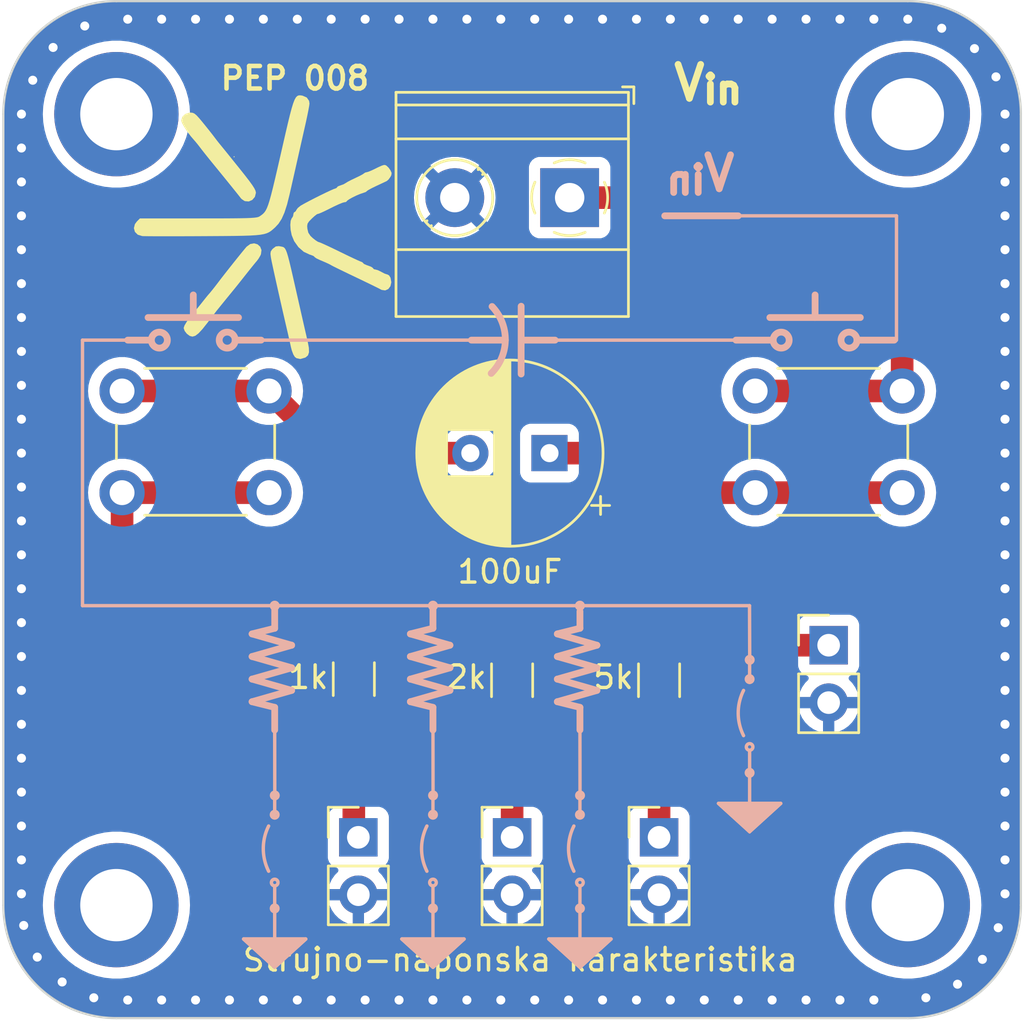
<source format=kicad_pcb>
(kicad_pcb (version 20240108) (generator "pcbnew") (generator_version "8.0")
  (layers (0 "F.Cu" signal) (31 "B.Cu" signal) (34 "B.Paste" user) (35 "F.Paste" user) (36 "B.SilkS" user "B.Silkscreen") (37 "F.SilkS" user "F.Silkscreen") (38 "B.Mask" user) (39 "F.Mask" user) (44 "Edge.Cuts" user))
  (net 0 "")
  (net 1 "0")
  (net 2 "Input voltage")
  (net 3 "Net-(C1-Pad1)")
  (net 4 "Net-(C1-Pad2)")
  (net 5 "Net-(JP1-A)")
  (net 6 "Net-(JP2-A)")
  (net 7 "Net-(JP3-A)")
  (net 8 "Net-(JP4-A)")
  (footprint "Button_Switch_THT:SW_PUSH_6mm_H4.3mm" (layer "F.Cu") (at 109.25 78.25)
    (property "Reference" "SW2" (hide yes))
    (property "Value" "SW_Push")
    (pad "1" thru_hole circle (at 0 0 90) (size 2 2) (drill 1.1) (layers "*.Cu" "*.Mask") (net 4 "Net-(C1-Pad2)"))
    (pad "1" thru_hole circle (at 6.5 0 90) (size 2 2) (drill 1.1) (layers "*.Cu" "*.Mask") (net 4 "Net-(C1-Pad2)"))
    (pad "2" thru_hole circle (at 0 4.5 90) (size 2 2) (drill 1.1) (layers "*.Cu" "*.Mask") (net 8 "Net-(JP4-A)"))
    (pad "2" thru_hole circle (at 6.5 4.5 90) (size 2 2) (drill 1.1) (layers "*.Cu" "*.Mask") (net 8 "Net-(JP4-A)"))
  )
  (footprint "Connector_PinHeader_2.54mm:PinHeader_1x02_P2.54mm_Vertical" (layer "F.Cu") (at 119.7 98)
    (property "Reference" "JP1" (hide yes))
    (property "Value" "Jumper")
    (pad "1" thru_hole rect (at 0 0) (size 1.7 1.7) (drill 1) (layers "*.Cu" "*.Mask") (net 5 "Net-(JP1-A)"))
    (pad "2" thru_hole oval (at 0 2.54) (size 1.7 1.7) (drill 1) (layers "*.Cu" "*.Mask") (net 1 "0"))
  )
  (footprint "Capacitor_THT:CP_Radial_D8.0mm_P3.50mm" (layer "F.Cu") (at 128.152651 81 180)
    (property "Reference" "100uF" (at 1.75 -5.25 0) (layer "F.SilkS"))
    (property "Value" "100u")
    (pad "1" thru_hole rect (at 0 0 180) (size 1.6 1.6) (drill 0.8) (layers "*.Cu" "*.Mask") (net 3 "Net-(C1-Pad1)"))
    (pad "2" thru_hole circle (at 3.5 0 180) (size 1.6 1.6) (drill 0.8) (layers "*.Cu" "*.Mask") (net 4 "Net-(C1-Pad2)"))
  )
  (footprint "Resistor_SMD:R_1206_3216Metric_Pad1.30x1.75mm_HandSolder" (layer "F.Cu") (at 133 91.05 -90)
    (property "Reference" "R3" (hide yes))
    (property "Value" "5k")
    (pad "1" smd roundrect (at -1.55 0 270) (size 1.3 1.75) (layers "F.Cu" "F.Paste" "F.Mask") (roundrect_rratio 0.192308) (net 8 "Net-(JP4-A)"))
    (pad "2" smd roundrect (at 1.55 0 270) (size 1.3 1.75) (layers "F.Cu" "F.Paste" "F.Mask") (roundrect_rratio 0.192308) (net 7 "Net-(JP3-A)"))
  )
  (footprint "Connector_PinHeader_2.54mm:PinHeader_1x02_P2.54mm_Vertical" (layer "F.Cu") (at 126.5 98)
    (property "Reference" "JP2" (hide yes))
    (property "Value" "Jumper")
    (pad "1" thru_hole rect (at 0 0) (size 1.7 1.7) (drill 1) (layers "*.Cu" "*.Mask") (net 6 "Net-(JP2-A)"))
    (pad "2" thru_hole oval (at 0 2.54) (size 1.7 1.7) (drill 1) (layers "*.Cu" "*.Mask") (net 1 "0"))
  )
  (footprint "Resistor_SMD:R_1206_3216Metric_Pad1.30x1.75mm_HandSolder" (layer "F.Cu") (at 119.5 91 -90)
    (property "Reference" "R2" (hide yes))
    (property "Value" "1k")
    (pad "1" smd roundrect (at -1.55 0 270) (size 1.3 1.75) (layers "F.Cu" "F.Paste" "F.Mask") (roundrect_rratio 0.192308) (net 8 "Net-(JP4-A)"))
    (pad "2" smd roundrect (at 1.55 0 270) (size 1.3 1.75) (layers "F.Cu" "F.Paste" "F.Mask") (roundrect_rratio 0.192308) (net 5 "Net-(JP1-A)"))
  )
  (footprint "MountingHole:MountingHole_3.2mm_M3_ISO14580_Pad_TopBottom" (layer "F.Cu") (at 144 66)
    (property "Reference" "H3" (hide yes))
    (property "Value" "MountingHole")
    (pad "1" thru_hole circle (at 0 0) (size 3.6 3.6) (drill 3.2) (layers "*.Cu" "*.Mask"))
    (pad "1" connect circle (at 0 0) (size 5.5 5.5) (layers "F.Cu" "F.Mask"))
    (pad "1" connect circle (at 0 0) (size 5.5 5.5) (layers "B.Cu" "B.Mask"))
  )
  (footprint "MountingHole:MountingHole_3.2mm_M3_ISO14580_Pad_TopBottom" (layer "F.Cu") (at 144 101)
    (property "Reference" "H4" (hide yes))
    (property "Value" "MountingHole")
    (pad "1" thru_hole circle (at 0 0) (size 3.6 3.6) (drill 3.2) (layers "*.Cu" "*.Mask"))
    (pad "1" connect circle (at 0 0) (size 5.5 5.5) (layers "F.Cu" "F.Mask"))
    (pad "1" connect circle (at 0 0) (size 5.5 5.5) (layers "B.Cu" "B.Mask"))
  )
  (footprint "TerminalBlock_Phoenix:TerminalBlock_Phoenix_MKDS-1,5-2-5.08_1x02_P5.08mm_Horizontal" (layer "F.Cu") (at 129.045 69.695 180)
    (property "Reference" "J2" (hide yes))
    (property "Value" "Screw_Terminal_01x02")
    (pad "1" thru_hole rect (at 0 0 180) (size 2.6 2.6) (drill 1.3) (layers "*.Cu" "*.Mask") (net 2 "Input voltage"))
    (pad "2" thru_hole circle (at 5.08 0 180) (size 2.6 2.6) (drill 1.3) (layers "*.Cu" "*.Mask") (net 1 "0"))
  )
  (footprint "logo:logo" (layer "F.Cu") (at 115.5 71)
    (property "Reference" "G***" (hide yes))
    (property "Value" "LOGO" (hide yes))
  )
  (footprint "MountingHole:MountingHole_3.2mm_M3_ISO14580_Pad_TopBottom" (layer "F.Cu") (at 109 66)
    (property "Reference" "H2" (hide yes))
    (property "Value" "MountingHole")
    (pad "1" thru_hole circle (at 0 0) (size 3.6 3.6) (drill 3.2) (layers "*.Cu" "*.Mask"))
    (pad "1" connect circle (at 0 0) (size 5.5 5.5) (layers "F.Cu" "F.Mask"))
    (pad "1" connect circle (at 0 0) (size 5.5 5.5) (layers "B.Cu" "B.Mask"))
  )
  (footprint "Resistor_SMD:R_1206_3216Metric_Pad1.30x1.75mm_HandSolder" (layer "F.Cu") (at 126.5 91.05 -90)
    (property "Reference" "R1" (hide yes))
    (property "Value" "2k")
    (pad "1" smd roundrect (at -1.55 0 270) (size 1.3 1.75) (layers "F.Cu" "F.Paste" "F.Mask") (roundrect_rratio 0.192308) (net 8 "Net-(JP4-A)"))
    (pad "2" smd roundrect (at 1.55 0 270) (size 1.3 1.75) (layers "F.Cu" "F.Paste" "F.Mask") (roundrect_rratio 0.192308) (net 6 "Net-(JP2-A)"))
  )
  (footprint "Connector_PinHeader_2.54mm:PinHeader_1x02_P2.54mm_Vertical" (layer "F.Cu") (at 133 98)
    (property "Reference" "JP3" (hide yes))
    (property "Value" "Jumper")
    (pad "1" thru_hole rect (at 0 0) (size 1.7 1.7) (drill 1) (layers "*.Cu" "*.Mask") (net 7 "Net-(JP3-A)"))
    (pad "2" thru_hole oval (at 0 2.54) (size 1.7 1.7) (drill 1) (layers "*.Cu" "*.Mask") (net 1 "0"))
  )
  (footprint "Button_Switch_THT:SW_PUSH_6mm_H4.3mm" (layer "F.Cu") (at 137.25 78.25)
    (property "Reference" "SW1" (hide yes))
    (property "Value" "SW_Push")
    (pad "1" thru_hole circle (at 0 0 90) (size 2 2) (drill 1.1) (layers "*.Cu" "*.Mask") (net 2 "Input voltage"))
    (pad "1" thru_hole circle (at 6.5 0 90) (size 2 2) (drill 1.1) (layers "*.Cu" "*.Mask") (net 2 "Input voltage"))
    (pad "2" thru_hole circle (at 0 4.5 90) (size 2 2) (drill 1.1) (layers "*.Cu" "*.Mask") (net 3 "Net-(C1-Pad1)"))
    (pad "2" thru_hole circle (at 6.5 4.5 90) (size 2 2) (drill 1.1) (layers "*.Cu" "*.Mask") (net 3 "Net-(C1-Pad1)"))
  )
  (footprint "MountingHole:MountingHole_3.2mm_M3_ISO14580_Pad_TopBottom" (layer "F.Cu") (at 109 101 -90)
    (property "Reference" "H1" (hide yes))
    (property "Value" "MountingHole")
    (pad "1" thru_hole circle (at 0 0 270) (size 3.6 3.6) (drill 3.2) (layers "*.Cu" "*.Mask"))
    (pad "1" connect circle (at 0 0 270) (size 5.5 5.5) (layers "F.Cu" "F.Mask"))
    (pad "1" connect circle (at 0 0 270) (size 5.5 5.5) (layers "B.Cu" "B.Mask"))
  )
  (footprint "Connector_PinHeader_2.54mm:PinHeader_1x02_P2.54mm_Vertical" (layer "F.Cu") (at 140.5 89.5)
    (property "Reference" "JP4" (hide yes))
    (property "Value" "Jumper")
    (pad "1" thru_hole rect (at 0 0) (size 1.7 1.7) (drill 1) (layers "*.Cu" "*.Mask") (net 8 "Net-(JP4-A)"))
    (pad "2" thru_hole oval (at 0 2.54) (size 1.7 1.7) (drill 1) (layers "*.Cu" "*.Mask") (net 1 "0"))
  )
  (gr_line (start 109 105.3) (end 144 105.3) (stroke (width 1.4)) (layer "F.Cu") (net 1))
  (gr_arc (start 104.695296 65.977715) (mid 105.949583 62.949583) (end 108.977716 61.695296) (stroke (width 1.4)) (layer "F.Cu") (net 1))
  (gr_line (start 143.777718 61.708011) (end 108.777716 61.708011) (stroke (width 1.4)) (layer "F.Cu") (net 1))
  (gr_line (start 148.300002 101) (end 148.3 66) (stroke (width 1.4)) (layer "F.Cu") (net 1))
  (gr_line (start 104.7 66) (end 104.7 101) (stroke (width 1.4)) (layer "F.Cu") (net 1))
  (gr_arc (start 144.011046 61.694) (mid 147.055825 62.955221) (end 148.317046 65.999999) (stroke (width 1.4)) (layer "F.Cu") (net 1))
  (gr_arc (start 109 105.31393) (mid 105.94959 104.050409) (end 104.68607 100.999999) (stroke (width 1.4)) (layer "F.Cu") (net 1))
  (gr_arc (start 148.31393 100.999999) (mid 147.05041 104.050409) (end 144 105.31393) (stroke (width 1.4)) (layer "F.Cu") (net 1))
  (gr_line (start 141.753555 75.999997) (end 143.4 76) (stroke (width 0.3)) (layer "B.SilkS"))
  (gr_line (start 110 76.000002) (end 107.5 76) (stroke (width 0.15)) (layer "B.SilkS"))
  (gr_line (start 116 87.75) (end 116 88.75) (stroke (width 0.3)) (layer "B.SilkS"))
  (gr_line (start 128.5 91) (end 130.25 91.5) (stroke (width 0.3)) (layer "B.SilkS"))
  (gr_line (start 135.629221 96.5) (end 137.004221 97.75) (stroke (width 0.15)) (layer "B.SilkS"))
  (gr_line (start 130.875 102.5) (end 129.5 103.75) (stroke (width 0.15)) (layer "B.SilkS"))
  (gr_line (start 137 87.75) (end 107.5 87.75) (stroke (width 0.15)) (layer "B.SilkS"))
  (gr_line (start 121.625 102.5) (end 124.375 102.5) (stroke (width 0.15)) (layer "B.SilkS"))
  (gr_circle (center 113.9 75.999997) (end 113.65 76.25) (stroke (width 0.3)) (fill none) (layer "B.SilkS"))
  (gr_line (start 137.004221 94.145773) (end 137.004221 95.145773) (stroke (width 0.15)) (layer "B.SilkS"))
  (gr_line (start 130.25 91.5) (end 128.5 92) (stroke (width 0.3)) (layer "B.SilkS"))
  (gr_line (start 136.5 70.5) (end 133.25 70.5) (stroke (width 0.3)) (layer "B.SilkS"))
  (gr_line (start 123.75 89.5) (end 122 90) (stroke (width 0.3)) (layer "B.SilkS"))
  (gr_line (start 117.375 102.5) (end 116 103.75) (stroke (width 0.15)) (layer "B.SilkS"))
  (gr_line (start 143.5 70.5) (end 143.5 76) (stroke (width 0.15)) (layer "B.SilkS"))
  (gr_circle (center 129.5 97) (end 129.625 97.075) (stroke (width 0.15)) (fill none) (layer "B.SilkS"))
  (gr_circle (center 116 97) (end 116.125 97.075) (stroke (width 0.15)) (fill none) (layer "B.SilkS"))
  (gr_line (start 128.125 102.5) (end 130.875 102.5) (stroke (width 0.15)) (layer "B.SilkS"))
  (gr_line (start 115 92) (end 116 92.25) (stroke (width 0.3)) (layer "B.SilkS"))
  (gr_line (start 122 90) (end 123.75 90.5) (stroke (width 0.3)) (layer "B.SilkS"))
  (gr_line (start 124.375 102.5) (end 123 103.75) (stroke (width 0.15)) (layer "B.SilkS"))
  (gr_circle (center 123 87.75) (end 123.125 87.825) (stroke (width 0.15)) (fill none) (layer "B.SilkS"))
  (gr_line (start 139.9 74) (end 139.9 75) (stroke (width 0.3)) (layer "B.SilkS"))
  (gr_line (start 116 97.145773) (end 116 96.145773) (stroke (width 0.15)) (layer "B.SilkS"))
  (gr_circle (center 141.4 75.999997) (end 141.15 76.25) (stroke (width 0.3)) (fill none) (layer "B.SilkS"))
  (gr_line (start 123 87.75) (end 123 88.75) (stroke (width 0.3)) (layer "B.SilkS"))
  (gr_circle (center 129.504227 96.145773) (end 129.629227 96.220773) (stroke (width 0.15)) (fill none) (layer "B.SilkS"))
  (gr_circle (center 116 101.145773) (end 116.125 101.220773) (stroke (width 0.15)) (fill none) (layer "B.SilkS"))
  (gr_line (start 138.046447 75.999997) (end 136.4 76) (stroke (width 0.3)) (layer "B.SilkS"))
  (gr_circle (center 116.004227 96.145773) (end 116.129227 96.220773) (stroke (width 0.15)) (fill none) (layer "B.SilkS"))
  (gr_poly (pts (xy 117.375 102.5) (xy 114.625 102.5) (xy 116 103.75)) (stroke (width 0.15)) (fill solid) (layer "B.SilkS"))
  (gr_line (start 123 92.25) (end 123 93.25) (stroke (width 0.3)) (layer "B.SilkS"))
  (gr_line (start 110.5 76) (end 109.5 76.000003) (stroke (width 0.3)) (layer "B.SilkS"))
  (gr_line (start 137.9 75) (end 141.9 75) (stroke (width 0.3)) (layer "B.SilkS"))
  (gr_circle (center 123 101.145773) (end 123.125 101.220773) (stroke (width 0.15)) (fill none) (layer "B.SilkS"))
  (gr_line (start 114.625 102.5) (end 116 103.75) (stroke (width 0.15)) (layer "B.SilkS"))
  (gr_line (start 129.5 88) (end 129.5 88.75) (stroke (width 0.3)) (layer "B.SilkS"))
  (gr_line (start 123 100.145773) (end 123 101.145773) (stroke (width 0.15)) (layer "B.SilkS"))
  (gr_line (start 115 89) (end 116.75 89.5) (stroke (width 0.3)) (layer "B.SilkS"))
  (gr_line (start 128.5 92) (end 129.5 92.25) (stroke (width 0.3)) (layer "B.SilkS"))
  (gr_circle (center 138.4 75.999997) (end 138.65 76.249997) (stroke (width 0.3)) (fill none) (layer "B.SilkS"))
  (gr_poly (pts (xy 124.375 102.5) (xy 121.625 102.5) (xy 123 103.75)) (stroke (width 0.15)) (fill solid) (layer "B.SilkS"))
  (gr_circle (center 137.004221 95.145773) (end 137.129221 95.220773) (stroke (width 0.15)) (fill none) (layer "B.SilkS"))
  (gr_circle (center 137.008448 90.145773) (end 137.133448 90.220773) (stroke (width 0.15)) (fill none) (layer "B.SilkS"))
  (gr_line (start 123.75 91.5) (end 122 92) (stroke (width 0.3)) (layer "B.SilkS"))
  (gr_line (start 115.4 75.999998) (end 125.849964 75.999998) (stroke (width 0.15)) (layer "B.SilkS"))
  (gr_line (start 134 70.5) (end 143.5 70.5) (stroke (width 0.15)) (layer "B.SilkS"))
  (gr_line (start 116 92.25) (end 116 93.25) (stroke (width 0.3)) (layer "B.SilkS"))
  (gr_line (start 128.5 90) (end 130.25 90.5) (stroke (width 0.3)) (layer "B.SilkS"))
  (gr_line (start 107.5 76) (end 107.5 87.75) (stroke (width 0.15)) (layer "B.SilkS"))
  (gr_line (start 116.75 89.5) (end 115 90) (stroke (width 0.3)) (layer "B.SilkS"))
  (gr_line (start 116 100.145773) (end 116 101.145773) (stroke (width 0.15)) (layer "B.SilkS"))
  (gr_line (start 114.253555 75.999997) (end 115.4 75.999998) (stroke (width 0.3)) (layer "B.SilkS"))
  (gr_circle (center 123 97) (end 123.125 97.075) (stroke (width 0.15)) (fill none) (layer "B.SilkS"))
  (gr_line (start 130.25 90.5) (end 128.5 91) (stroke (width 0.3)) (layer "B.SilkS"))
  (gr_line (start 138.379221 96.5) (end 137.004221 97.75) (stroke (width 0.15)) (layer "B.SilkS"))
  (gr_poly (pts (xy 138.379221 96.5) (xy 135.629221 96.5) (xy 137.004221 97.75)) (stroke (width 0.15)) (fill solid) (layer "B.SilkS"))
  (gr_line (start 116 93.25) (end 116.004227 96.291546) (stroke (width 0.15)) (layer "B.SilkS"))
  (gr_line (start 123 102.5) (end 123 101) (stroke (width 0.15)) (layer "B.SilkS"))
  (gr_circle (center 129.5 100) (end 129.625 100.075) (stroke (width 0.15)) (fill none) (layer "B.SilkS"))
  (gr_line (start 127.6 76) (end 136.4 76) (stroke (width 0.15)) (layer "B.SilkS"))
  (gr_line (start 129.5 92.25) (end 129.5 93.25) (stroke (width 0.3)) (layer "B.SilkS"))
  (gr_line (start 123 97.145773) (end 123 96.145773) (stroke (width 0.15)) (layer "B.SilkS"))
  (gr_line (start 122 91) (end 123.75 91.5) (stroke (width 0.3)) (layer "B.SilkS"))
  (gr_line (start 116.75 90.5) (end 115 91) (stroke (width 0.3)) (layer "B.SilkS"))
  (gr_line (start 137.004221 96.5) (end 137.004221 95) (stroke (width 0.15)) (layer "B.SilkS"))
  (gr_line (start 122 92) (end 123 92.25) (stroke (width 0.3)) (layer "B.SilkS"))
  (gr_line (start 129.5 102.5) (end 129.5 101) (stroke (width 0.15)) (layer "B.SilkS"))
  (gr_line (start 129.5 93.25) (end 129.504227 96.291546) (stroke (width 0.15)) (layer "B.SilkS"))
  (gr_line (start 124.7 76) (end 126.2 76) (stroke (width 0.3)) (layer "B.SilkS"))
  (gr_line (start 116.75 91.5) (end 115 92) (stroke (width 0.3)) (layer "B.SilkS"))
  (gr_arc (start 122.731841 99.5) (mid 122.495775 98.5) (end 122.731841 97.5) (stroke (width 0.15)) (layer "B.SilkS"))
  (gr_line (start 123 88.75) (end 122 89) (stroke (width 0.3)) (layer "B.SilkS"))
  (gr_line (start 116 102.5) (end 116 101) (stroke (width 0.15)) (layer "B.SilkS"))
  (gr_line (start 123.75 90.5) (end 122 91) (stroke (width 0.3)) (layer "B.SilkS"))
  (gr_line (start 115 90) (end 116.75 90.5) (stroke (width 0.3)) (layer "B.SilkS"))
  (gr_line (start 123 93.25) (end 123.004227 96.291546) (stroke (width 0.15)) (layer "B.SilkS"))
  (gr_line (start 110.4 75) (end 114.4 75) (stroke (width 0.3)) (layer "B.SilkS"))
  (gr_line (start 115 91) (end 116.75 91.5) (stroke (width 0.3)) (layer "B.SilkS"))
  (gr_line (start 129.5 100.145773) (end 129.5 101.145773) (stroke (width 0.15)) (layer "B.SilkS"))
  (gr_circle (center 110.9 75.999997) (end 111.15 76.249997) (stroke (width 0.3)) (fill none) (layer "B.SilkS"))
  (gr_circle (center 129.5 101.145773) (end 129.625 101.220773) (stroke (width 0.15)) (fill none) (layer "B.SilkS"))
  (gr_arc (start 115.731841 99.5) (mid 115.495775 98.5) (end 115.731841 97.5) (stroke (width 0.15)) (layer "B.SilkS"))
  (gr_circle (center 116 87.75) (end 116.125 87.825) (stroke (width 0.15)) (fill none) (layer "B.SilkS"))
  (gr_poly (pts (xy 130.875 102.5) (xy 128.125 102.5) (xy 129.5 103.75)) (stroke (width 0.15)) (fill solid) (layer "B.SilkS"))
  (gr_circle (center 123.004227 96.145773) (end 123.129227 96.220773) (stroke (width 0.15)) (fill none) (layer "B.SilkS"))
  (gr_circle (center 137.004221 91) (end 137.129221 91.075) (stroke (width 0.15)) (fill none) (layer "B.SilkS"))
  (gr_line (start 116 88.75) (end 115 89) (stroke (width 0.3)) (layer "B.SilkS"))
  (gr_line (start 137 87.75) (end 137.008448 90) (stroke (width 0.15)) (layer "B.SilkS"))
  (gr_line (start 135.629221 96.5) (end 138.379221 96.5) (stroke (width 0.15)) (layer "B.SilkS"))
  (gr_arc (start 129.231841 99.5) (mid 128.995775 98.5) (end 129.231841 97.5) (stroke (width 0.15)) (layer "B.SilkS"))
  (gr_arc (start 136.736062 93.5) (mid 136.5 92.5) (end 136.736062 91.5) (stroke (width 0.15)) (layer "B.SilkS"))
  (gr_line (start 112.4 74) (end 112.4 75) (stroke (width 0.3)) (layer "B.SilkS"))
  (gr_line (start 129.5 97.145773) (end 129.5 96.145773) (stroke (width 0.15)) (layer "B.SilkS"))
  (gr_line (start 126.9 74.5) (end 126.9 77.5) (stroke (width 0.3)) (layer "B.SilkS"))
  (gr_line (start 129.5 88.75) (end 128.5 89) (stroke (width 0.3)) (layer "B.SilkS"))
  (gr_line (start 129.5 87.75) (end 129.5 88.375) (stroke (width 0.15)) (layer "B.SilkS"))
  (gr_line (start 127 76) (end 128.4 76) (stroke (width 0.3)) (layer "B.SilkS"))
  (gr_line (start 128.5 89) (end 130.25 89.5) (stroke (width 0.3)) (layer "B.SilkS"))
  (gr_line (start 130.25 89.5) (end 128.5 90) (stroke (width 0.3)) (layer "B.SilkS"))
  (gr_circle (center 116 100) (end 116.125 100.075) (stroke (width 0.15)) (fill none) (layer "B.SilkS"))
  (gr_circle (center 129.5 87.75) (end 129.625 87.825) (stroke (width 0.15)) (fill none) (layer "B.SilkS"))
  (gr_line (start 114.625 102.5) (end 117.375 102.5) (stroke (width 0.15)) (layer "B.SilkS"))
  (gr_circle (center 137.004221 94) (end 137.129221 94.075) (stroke (width 0.15)) (fill none) (layer "B.SilkS"))
  (gr_circle (center 123 100) (end 123.125 100.075) (stroke (width 0.15)) (fill none) (layer "B.SilkS"))
  (gr_line (start 129.5 87.75) (end 129.5 87.75) (stroke (width 0.15)) (layer "B.SilkS"))
  (gr_line (start 128.125 102.5) (end 129.5 103.75) (stroke (width 0.15)) (layer "B.SilkS"))
  (gr_line (start 121.625 102.5) (end 123 103.75) (stroke (width 0.15)) (layer "B.SilkS"))
  (gr_line (start 122 89) (end 123.75 89.5) (stroke (width 0.3)) (layer "B.SilkS"))
  (gr_arc (start 125.613592 74.51167) (mid 126.200036 76.000001) (end 125.574703 77.472415) (stroke (width 0.3)) (layer "B.SilkS"))
  (gr_line (start 137.004221 91.145773) (end 137.004221 90.145773) (stroke (width 0.15)) (layer "B.SilkS"))
  (gr_line (start 144 106) (end 109 106) (stroke (width 0.1)) (layer "Edge.Cuts"))
  (gr_arc (start 144 61) (mid 147.535534 62.464466) (end 149 66) (stroke (width 0.1)) (layer "Edge.Cuts"))
  (gr_arc (start 149 101) (mid 147.535534 104.535534) (end 144 106) (stroke (width 0.1)) (layer "Edge.Cuts"))
  (gr_arc (start 104 66) (mid 105.464466 62.464466) (end 109 61) (stroke (width 0.1)) (layer "Edge.Cuts"))
  (gr_line (start 149 101) (end 149 66) (stroke (width 0.1)) (layer "Edge.Cuts"))
  (gr_arc (start 109 106) (mid 105.464466 104.535534) (end 104 101) (stroke (width 0.1)) (layer "Edge.Cuts"))
  (gr_line (start 109 61) (end 144 61) (stroke (width 0.1)) (layer "Edge.Cuts"))
  (gr_line (start 104 66) (end 104 101) (stroke (width 0.1)) (layer "Edge.Cuts"))
  (gr_text "V_{in}\n" (at 136.5 69.5 0) (layer "B.SilkS") (effects (font (size 1.5 1.5) (thickness 0.3) (bold yes)) (justify left bottom mirror)))
  (gr_text "1k" (at 116.5 91.5 0) (layer "F.SilkS") (effects (font (size 1 1)) (justify left bottom)))
  (gr_text "2k" (at 123.5 91.5 0) (layer "F.SilkS") (effects (font (size 1 1)) (justify left bottom)))
  (gr_text "V_{in}\n" (at 133.5 65.5 0) (layer "F.SilkS") (effects (font (size 1.5 1.5) (thickness 0.3) (bold yes)) (justify left bottom)))
  (gr_text "5k" (at 130 91.5 0) (layer "F.SilkS") (effects (font (size 1 1)) (justify left bottom)))
  (gr_text "Strujno-naponska karakteristika" (at 114.5 104 0) (layer "F.SilkS") (effects (font (size 1 1)) (justify left bottom)))
  (gr_text "PEP 008" (at 113.5 65 0) (layer "F.SilkS") (effects (font (size 1 1) (thickness 0.2) (bold yes)) (justify left bottom)))
  (via (at 148.3 97.5) (size 0.8) (drill 0.4) (layers "F.Cu" "B.Cu") (net 1))
  (via (at 126 105.2) (size 0.8) (drill 0.4) (layers "F.Cu" "B.Cu") (net 1))
  (via (at 148.3 99) (size 0.8) (drill 0.4) (layers "F.Cu" "B.Cu") (net 1))
  (via (at 148.3 67.5) (size 0.8) (drill 0.4) (layers "F.Cu" "B.Cu") (net 1))
  (via (at 104.8 72) (size 0.8) (drill 0.4) (layers "F.Cu" "B.Cu") (net 1))
  (via (at 104.8 76.5) (size 0.8) (drill 0.4) (layers "F.Cu" "B.Cu") (net 1))
  (via (at 104.8 96) (size 0.8) (drill 0.4) (layers "F.Cu" "B.Cu") (net 1))
  (via (at 120 61.8) (size 0.8) (drill 0.4) (layers "F.Cu" "B.Cu") (net 1))
  (via (at 127.5 61.8) (size 0.8) (drill 0.4) (layers "F.Cu" "B.Cu") (net 1))
  (via (at 104.8 84) (size 0.8) (drill 0.4) (layers "F.Cu" "B.Cu") (net 1))
  (via (at 109.5 105.2) (size 0.8) (drill 0.4) (layers "F.Cu" "B.Cu") (net 1))
  (via (at 107.6 62.1) (size 0.8) (drill 0.4) (layers "F.Cu" "B.Cu") (net 1))
  (via (at 120 105.2) (size 0.8) (drill 0.4) (layers "F.Cu" "B.Cu") (net 1))
  (via (at 104.8 97.5) (size 0.8) (drill 0.4) (layers "F.Cu" "B.Cu") (net 1))
  (via (at 144 61.8) (size 0.8) (drill 0.4) (layers "F.Cu" "B.Cu") (net 1))
  (via (at 105.5 103.3) (size 0.8) (drill 0.4) (layers "F.Cu" "B.Cu") (net 1))
  (via (at 148.3 91.5) (size 0.8) (drill 0.4) (layers "F.Cu" "B.Cu") (net 1))
  (via (at 111 61.8) (size 0.8) (drill 0.4) (layers "F.Cu" "B.Cu") (net 1))
  (via (at 124.5 61.8) (size 0.8) (drill 0.4) (layers "F.Cu" "B.Cu") (net 1))
  (via (at 115.5 61.8) (size 0.8) (drill 0.4) (layers "F.Cu" "B.Cu") (net 1))
  (via (at 109.5 61.8) (size 0.8) (drill 0.4) (layers "F.Cu" "B.Cu") (net 1))
  (via (at 146.2 104.5) (size 0.8) (drill 0.4) (layers "F.Cu" "B.Cu") (net 1))
  (via (at 129 61.8) (size 0.8) (drill 0.4) (layers "F.Cu" "B.Cu") (net 1))
  (via (at 114 105.2) (size 0.8) (drill 0.4) (layers "F.Cu" "B.Cu") (net 1))
  (via (at 147.9 64.35) (size 0.8) (drill 0.4) (layers "F.Cu" "B.Cu") (net 1))
  (via (at 112.5 61.8) (size 0.8) (drill 0.4) (layers "F.Cu" "B.Cu") (net 1))
  (via (at 129 105.2) (size 0.8) (drill 0.4) (layers "F.Cu" "B.Cu") (net 1))
  (via (at 148.3 82.5) (size 0.8) (drill 0.4) (layers "F.Cu" "B.Cu") (net 1))
  (via (at 148.3 73.5) (size 0.8) (drill 0.4) (layers "F.Cu" "B.Cu") (net 1))
  (via (at 104.8 90) (size 0.8) (drill 0.4) (layers "F.Cu" "B.Cu") (net 1))
  (via (at 141 61.8) (size 0.8) (drill 0.4) (layers "F.Cu" "B.Cu") (net 1))
  (via (at 132 61.8) (size 0.8) (drill 0.4) (layers "F.Cu" "B.Cu") (net 1))
  (via (at 106.6 104.4) (size 0.8) (drill 0.4) (layers "F.Cu" "B.Cu") (net 1))
  (via (at 104.8 82.5) (size 0.8) (drill 0.4) (layers "F.Cu" "B.Cu") (net 1))
  (via (at 104.8 66) (size 0.8) (drill 0.4) (layers "F.Cu" "B.Cu") (net 1))
  (via (at 118.5 105.2) (size 0.8) (drill 0.4) (layers "F.Cu" "B.Cu") (net 1))
  (via (at 104.8 75) (size 0.8) (drill 0.4) (layers "F.Cu" "B.Cu") (net 1))
  (via (at 104.8 99) (size 0.8) (drill 0.4) (layers "F.Cu" "B.Cu") (net 1))
  (via (at 104.8 79.5) (size 0.8) (drill 0.4) (layers "F.Cu" "B.Cu") (net 1))
  (via (at 130.5 61.8) (size 0.8) (drill 0.4) (layers "F.Cu" "B.Cu") (net 1))
  (via (at 141 105.2) (size 0.8) (drill 0.4) (layers "F.Cu" "B.Cu") (net 1))
  (via (at 142.5 61.8) (size 0.8) (drill 0.4) (layers "F.Cu" "B.Cu") (net 1))
  (via (at 145.5 62.2) (size 0.8) (drill 0.4) (layers "F.Cu" "B.Cu") (net 1))
  (via (at 104.8 67.5) (size 0.8) (drill 0.4) (layers "F.Cu" "B.Cu") (net 1))
  (via (at 148.3 66) (size 0.8) (drill 0.4) (layers "F.Cu" "B.Cu") (net 1))
  (via (at 104.8 70.5) (size 0.8) (drill 0.4) (layers "F.Cu" "B.Cu") (net 1))
  (via (at 118.5 61.8) (size 0.8) (drill 0.4) (layers "F.Cu" "B.Cu") (net 1))
  (via (at 104.8 69) (size 0.8) (drill 0.4) (layers "F.Cu" "B.Cu") (net 1))
  (via (at 148.3 100.5) (size 0.8) (drill 0.4) (layers "F.Cu" "B.Cu") (net 1))
  (via (at 106.2 63.05) (size 0.8) (drill 0.4) (layers "F.Cu" "B.Cu") (net 1))
  (via (at 148.3 79.5) (size 0.8) (drill 0.4) (layers "F.Cu" "B.Cu") (net 1))
  (via (at 121.5 105.2) (size 0.8) (drill 0.4) (layers "F.Cu" "B.Cu") (net 1))
  (via (at 121.5 61.8) (size 0.8) (drill 0.4) (layers "F.Cu" "B.Cu") (net 1))
  (via (at 144.8 105.1) (size 0.8) (drill 0.4) (layers "F.Cu" "B.Cu") (net 1))
  (via (at 104.8 81) (size 0.8) (drill 0.4) (layers "F.Cu" "B.Cu") (net 1))
  (via (at 139.5 61.8) (size 0.8) (drill 0.4) (layers "F.Cu" "B.Cu") (net 1))
  (via (at 148.3 88.5) (size 0.8) (drill 0.4) (layers "F.Cu" "B.Cu") (net 1))
  (via (at 148 102) (size 0.8) (drill 0.4) (layers "F.Cu" "B.Cu") (net 1))
  (via (at 127.5 105.2) (size 0.8) (drill 0.4) (layers "F.Cu" "B.Cu") (net 1))
  (via (at 148.3 81) (size 0.8) (drill 0.4) (layers "F.Cu" "B.Cu") (net 1))
  (via (at 133.5 105.2) (size 0.8) (drill 0.4) (layers "F.Cu" "B.Cu") (net 1))
  (via (at 124.5 105.2) (size 0.8) (drill 0.4) (layers "F.Cu" "B.Cu") (net 1))
  (via (at 148.3 70.5) (size 0.8) (drill 0.4) (layers "F.Cu" "B.Cu") (net 1))
  (via (at 133.5 61.8) (size 0.8) (drill 0.4) (layers "F.Cu" "B.Cu") (net 1))
  (via (at 148.3 84) (size 0.8) (drill 0.4) (layers "F.Cu" "B.Cu") (net 1))
  (via (at 148.3 85.5) (size 0.8) (drill 0.4) (layers "F.Cu" "B.Cu") (net 1))
  (via (at 148.3 93) (size 0.8) (drill 0.4) (layers "F.Cu" "B.Cu") (net 1))
  (via (at 148.3 75) (size 0.8) (drill 0.4) (layers "F.Cu" "B.Cu") (net 1))
  (via (at 147.3 103.4) (size 0.8) (drill 0.4) (layers "F.Cu" "B.Cu") (net 1))
  (via (at 104.8 85.5) (size 0.8) (drill 0.4) (layers "F.Cu" "B.Cu") (net 1))
  (via (at 148.3 72) (size 0.8) (drill 0.4) (layers "F.Cu" "B.Cu") (net 1))
  (via (at 123 61.8) (size 0.8) (drill 0.4) (layers "F.Cu" "B.Cu") (net 1))
  (via (at 139.5 105.2) (size 0.8) (drill 0.4) (layers "F.Cu" "B.Cu") (net 1))
  (via (at 114 61.8) (size 0.8) (drill 0.4) (layers "F.Cu" "B.Cu") (net 1))
  (via (at 115.5 105.2) (size 0.8) (drill 0.4) (layers "F.Cu" "B.Cu") (net 1))
  (via (at 138 61.8) (size 0.8) (drill 0.4) (layers "F.Cu" "B.Cu") (net 1))
  (via (at 117 61.8) (size 0.8) (drill 0.4) (layers "F.Cu" "B.Cu") (net 1))
  (via (at 126 61.8) (size 0.8) (drill 0.4) (layers "F.Cu" "B.Cu") (net 1))
  (via (at 123 105.2) (size 0.8) (drill 0.4) (layers "F.Cu" "B.Cu") (net 1))
  (via (at 142.5 105.2) (size 0.8) (drill 0.4) (layers "F.Cu" "B.Cu") (net 1))
  (via (at 148.3 90) (size 0.8) (drill 0.4) (layers "F.Cu" "B.Cu") (net 1))
  (via (at 105.3 64.5) (size 0.8) (drill 0.4) (layers "F.Cu" "B.Cu") (net 1))
  (via (at 136.5 61.8) (size 0.8) (drill 0.4) (layers "F.Cu" "B.Cu") (net 1))
  (via (at 132 105.2) (size 0.8) (drill 0.4) (layers "F.Cu" "B.Cu") (net 1))
  (via (at 148.3 87) (size 0.8) (drill 0.4) (layers "F.Cu" "B.Cu") (net 1))
  (via (at 135 105.2) (size 0.8) (drill 0.4) (layers "F.Cu" "B.Cu") (net 1))
  (via (at 104.8 73.5) (size 0.8) (drill 0.4) (layers "F.Cu" "B.Cu") (net 1))
  (via (at 104.8 87) (size 0.8) (drill 0.4) (layers "F.Cu" "B.Cu") (net 1))
  (via (at 104.8 78) (size 0.8) (drill 0.4) (layers "F.Cu" "B.Cu") (net 1))
  (via (at 104.9 101.9) (size 0.8) (drill 0.4) (layers "F.Cu" "B.Cu") (net 1))
  (via (at 135 61.8) (size 0.8) (drill 0.4) (layers "F.Cu" "B.Cu") (net 1))
  (via (at 148.3 78) (size 0.8) (drill 0.4) (layers "F.Cu" "B.Cu") (net 1))
  (via (at 104.8 100.5) (size 0.8) (drill 0.4) (layers "F.Cu" "B.Cu") (net 1))
  (via (at 136.5 105.2) (size 0.8) (drill 0.4) (layers "F.Cu" "B.Cu") (net 1))
  (via (at 138 105.2) (size 0.8) (drill 0.4) (layers "F.Cu" "B.Cu") (net 1))
  (via (at 104.8 88.5) (size 0.8) (drill 0.4) (layers "F.Cu" "B.Cu") (net 1))
  (via (at 148.3 94.5) (size 0.8) (drill 0.4) (layers "F.Cu" "B.Cu") (net 1))
  (via (at 146.95 63.1) (size 0.8) (drill 0.4) (layers "F.Cu" "B.Cu") (net 1))
  (via (at 148.3 69) (size 0.8) (drill 0.4) (layers "F.Cu" "B.Cu") (net 1))
  (via (at 148.3 76.5) (size 0.8) (drill 0.4) (layers "F.Cu" "B.Cu") (net 1))
  (via (at 111 105.2) (size 0.8) (drill 0.4) (layers "F.Cu" "B.Cu") (net 1))
  (via (at 130.5 105.2) (size 0.8) (drill 0.4) (layers "F.Cu" "B.Cu") (net 1))
  (via (at 104.8 91.5) (size 0.8) (drill 0.4) (layers "F.Cu" "B.Cu") (net 1))
  (via (at 104.8 93) (size 0.8) (drill 0.4) (layers "F.Cu" "B.Cu") (net 1))
  (via (at 112.5 105.2) (size 0.8) (drill 0.4) (layers "F.Cu" "B.Cu") (net 1))
  (via (at 117 105.2) (size 0.8) (drill 0.4) (layers "F.Cu" "B.Cu") (net 1))
  (via (at 148.3 96) (size 0.8) (drill 0.4) (layers "F.Cu" "B.Cu") (net 1))
  (via (at 108 105.1) (size 0.8) (drill 0.4) (layers "F.Cu" "B.Cu") (net 1))
  (via (at 104.8 94.5) (size 0.8) (drill 0.4) (layers "F.Cu" "B.Cu") (net 1))
  (segment (start 129.045 69.695) (end 141.195 69.695) (width 1) (layer "F.Cu") (net 2))
  (segment (start 141.195 69.695) (end 143.75 72.25) (width 1) (layer "F.Cu") (net 2))
  (segment (start 143.75 72.25) (end 143.75 78.25) (width 1) (layer "F.Cu") (net 2))
  (segment (start 137.25 78.25) (end 143.75 78.25) (width 1) (layer "F.Cu") (net 2))
  (segment (start 129.045 69.695) (end 129.045 70.045) (width 1) (layer "F.Cu") (net 2))
  (segment (start 143.5 78) (end 143 78) (width 0.25) (layer "B.Cu") (net 2))
  (segment (start 143.75 78.25) (end 143.5 78) (width 0.25) (layer "B.Cu") (net 2))
  (segment (start 129.045 69.695) (end 128.9 69.84) (width 1) (layer "B.Cu") (net 2))
  (segment (start 137.25 82.75) (end 131.75 82.75) (width 1) (layer "F.Cu") (net 3))
  (segment (start 130 81) (end 128.152651 81) (width 1) (layer "F.Cu") (net 3))
  (segment (start 131.75 82.75) (end 130 81) (width 1) (layer "F.Cu") (net 3))
  (segment (start 143.75 82.75) (end 137.25 82.75) (width 1) (layer "F.Cu") (net 3))
  (segment (start 115.75 78.25) (end 109.25 78.25) (width 1) (layer "F.Cu") (net 4))
  (segment (start 124.652651 81) (end 118.5 81) (width 1) (layer "F.Cu") (net 4))
  (segment (start 118.5 81) (end 115.75 78.25) (width 1) (layer "F.Cu") (net 4))
  (segment (start 119.5 97.8) (end 119.7 98) (width 0.25) (layer "F.Cu") (net 5))
  (segment (start 119.5 92.55) (end 119.5 97.8) (width 1) (layer "F.Cu") (net 5))
  (segment (start 126.5 92.6) (end 126.5 98) (width 1) (layer "F.Cu") (net 6))
  (segment (start 133 92.6) (end 133 98) (width 1) (layer "F.Cu") (net 7))
  (segment (start 111.05 89.45) (end 119.5 89.45) (width 1) (layer "F.Cu") (net 8))
  (segment (start 126.45 89.45) (end 126.5 89.5) (width 1) (layer "F.Cu") (net 8))
  (segment (start 126.5 89.5) (end 133 89.5) (width 1) (layer "F.Cu") (net 8))
  (segment (start 133 89.5) (end 140.5 89.5) (width 1) (layer "F.Cu") (net 8))
  (segment (start 109.25 87.75) (end 111 89.5) (width 1) (layer "F.Cu") (net 8))
  (segment (start 111 89.5) (end 111.05 89.45) (width 1) (layer "F.Cu") (net 8))
  (segment (start 119.5 89.45) (end 126.45 89.45) (width 1) (layer "F.Cu") (net 8))
  (segment (start 109.25 82.75) (end 115.75 82.75) (width 1) (layer "F.Cu") (net 8))
  (segment (start 109.25 82.75) (end 109.25 87.75) (width 1) (layer "F.Cu") (net 8))
  (zone (net 1) (net_name "0") (layer "B.Cu") (priority 1) (connect_pads (clearance 0.5)) (min_thickness 0.25) (fill yes (thermal_gap 0.5) (thermal_bridge_width 0.5))
    (polygon (pts (xy 104 61) (xy 149 61) (xy 149 106) (xy 104 106)))
  )
)
</source>
